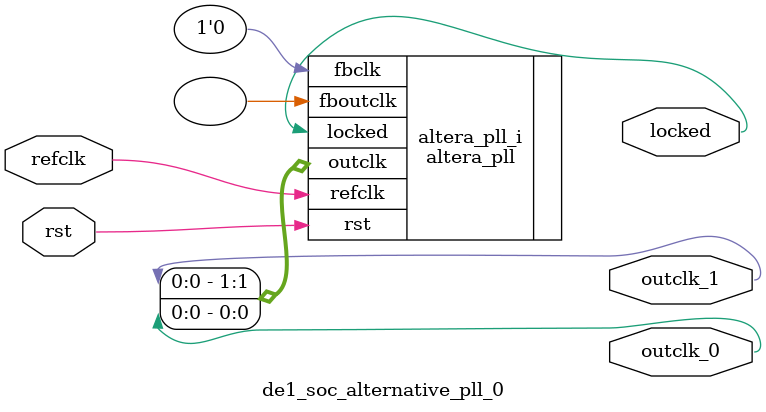
<source format=v>
`timescale 1ns/10ps
module  de1_soc_alternative_pll_0(

	// interface 'refclk'
	input wire refclk,

	// interface 'reset'
	input wire rst,

	// interface 'outclk0'
	output wire outclk_0,

	// interface 'outclk1'
	output wire outclk_1,

	// interface 'locked'
	output wire locked
);

	altera_pll #(
		.fractional_vco_multiplier("false"),
		.reference_clock_frequency("50.0 MHz"),
		.operation_mode("direct"),
		.number_of_clocks(2),
		.output_clock_frequency0("50.000000 MHz"),
		.phase_shift0("0 ps"),
		.duty_cycle0(50),
		.output_clock_frequency1("50.000000 MHz"),
		.phase_shift1("3000 ps"),
		.duty_cycle1(50),
		.output_clock_frequency2("0 MHz"),
		.phase_shift2("0 ps"),
		.duty_cycle2(50),
		.output_clock_frequency3("0 MHz"),
		.phase_shift3("0 ps"),
		.duty_cycle3(50),
		.output_clock_frequency4("0 MHz"),
		.phase_shift4("0 ps"),
		.duty_cycle4(50),
		.output_clock_frequency5("0 MHz"),
		.phase_shift5("0 ps"),
		.duty_cycle5(50),
		.output_clock_frequency6("0 MHz"),
		.phase_shift6("0 ps"),
		.duty_cycle6(50),
		.output_clock_frequency7("0 MHz"),
		.phase_shift7("0 ps"),
		.duty_cycle7(50),
		.output_clock_frequency8("0 MHz"),
		.phase_shift8("0 ps"),
		.duty_cycle8(50),
		.output_clock_frequency9("0 MHz"),
		.phase_shift9("0 ps"),
		.duty_cycle9(50),
		.output_clock_frequency10("0 MHz"),
		.phase_shift10("0 ps"),
		.duty_cycle10(50),
		.output_clock_frequency11("0 MHz"),
		.phase_shift11("0 ps"),
		.duty_cycle11(50),
		.output_clock_frequency12("0 MHz"),
		.phase_shift12("0 ps"),
		.duty_cycle12(50),
		.output_clock_frequency13("0 MHz"),
		.phase_shift13("0 ps"),
		.duty_cycle13(50),
		.output_clock_frequency14("0 MHz"),
		.phase_shift14("0 ps"),
		.duty_cycle14(50),
		.output_clock_frequency15("0 MHz"),
		.phase_shift15("0 ps"),
		.duty_cycle15(50),
		.output_clock_frequency16("0 MHz"),
		.phase_shift16("0 ps"),
		.duty_cycle16(50),
		.output_clock_frequency17("0 MHz"),
		.phase_shift17("0 ps"),
		.duty_cycle17(50),
		.pll_type("General"),
		.pll_subtype("General")
	) altera_pll_i (
		.rst	(rst),
		.outclk	({outclk_1, outclk_0}),
		.locked	(locked),
		.fboutclk	( ),
		.fbclk	(1'b0),
		.refclk	(refclk)
	);
endmodule


</source>
